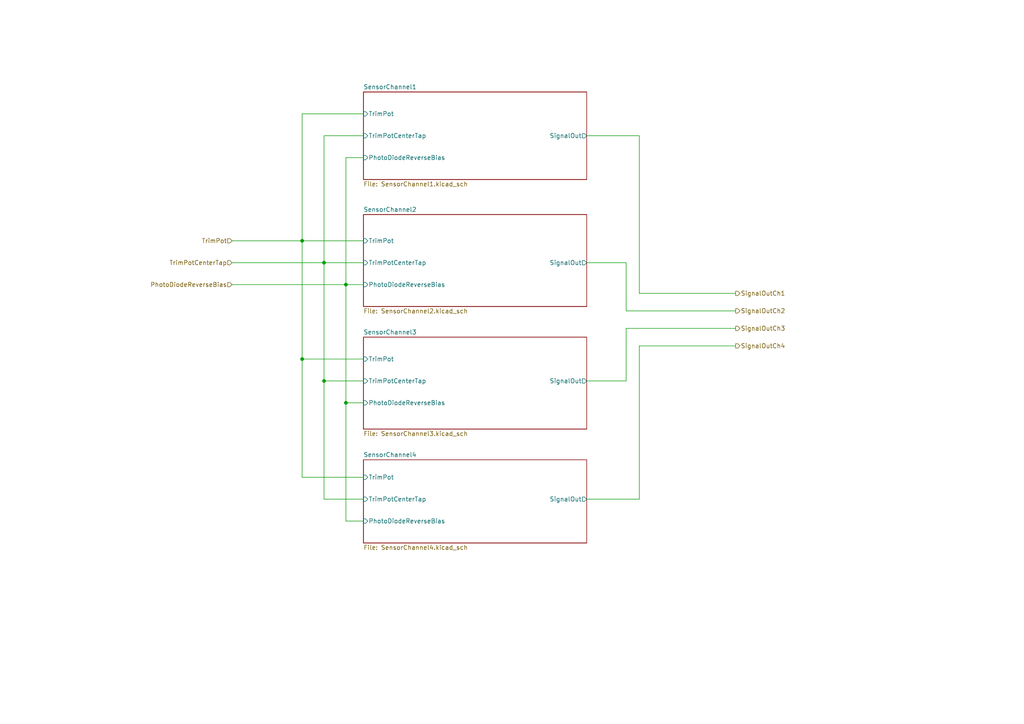
<source format=kicad_sch>
(kicad_sch (version 20230121) (generator eeschema)

  (uuid c2abbdd5-738c-4efd-9922-33968e0bd9d9)

  (paper "A4")

  (lib_symbols
  )

  (junction (at 87.63 69.85) (diameter 0) (color 0 0 0 0)
    (uuid 4b750bb2-2b82-4b7a-9be8-59840e8d83c8)
  )
  (junction (at 100.33 116.84) (diameter 0) (color 0 0 0 0)
    (uuid 4bd542d5-85c3-4200-9472-c3417fb9b9a3)
  )
  (junction (at 87.63 104.14) (diameter 0) (color 0 0 0 0)
    (uuid 73dcdd43-5f9a-4cc0-ae86-07314cd796e2)
  )
  (junction (at 100.33 82.55) (diameter 0) (color 0 0 0 0)
    (uuid a6108a37-3db7-47c8-84d9-2a9312ad2499)
  )
  (junction (at 93.98 76.2) (diameter 0) (color 0 0 0 0)
    (uuid b6cb9b72-3ab5-4e67-9358-83952482031f)
  )
  (junction (at 93.98 110.49) (diameter 0) (color 0 0 0 0)
    (uuid fb8c68ee-d316-42d9-abb0-e6c295a0d8be)
  )

  (wire (pts (xy 67.31 69.85) (xy 87.63 69.85))
    (stroke (width 0) (type default))
    (uuid 0222fd1a-2bae-4fc6-98d0-ad8deea7363d)
  )
  (wire (pts (xy 93.98 110.49) (xy 93.98 144.78))
    (stroke (width 0) (type default))
    (uuid 0cc26600-24f0-46f1-93c7-0a3997142865)
  )
  (wire (pts (xy 100.33 45.72) (xy 100.33 82.55))
    (stroke (width 0) (type default))
    (uuid 0d3a0ae4-4645-425e-aba2-4b95f912279c)
  )
  (wire (pts (xy 100.33 82.55) (xy 105.41 82.55))
    (stroke (width 0) (type default))
    (uuid 0d600bda-f642-4783-8223-86433c0a876e)
  )
  (wire (pts (xy 105.41 39.37) (xy 93.98 39.37))
    (stroke (width 0) (type default))
    (uuid 1c43c432-fa0a-414b-a279-371e28380497)
  )
  (wire (pts (xy 105.41 33.02) (xy 87.63 33.02))
    (stroke (width 0) (type default))
    (uuid 1d28254c-0c75-4cf1-9b90-24742cf341ac)
  )
  (wire (pts (xy 170.18 144.78) (xy 185.42 144.78))
    (stroke (width 0) (type default))
    (uuid 3fc4575e-b690-44d2-b04e-0b155ff2d821)
  )
  (wire (pts (xy 181.61 76.2) (xy 181.61 90.17))
    (stroke (width 0) (type default))
    (uuid 418ad5a4-4b13-4b75-a506-8b5d5b2d6ee3)
  )
  (wire (pts (xy 170.18 76.2) (xy 181.61 76.2))
    (stroke (width 0) (type default))
    (uuid 41f3cccf-c0c6-4e13-9871-45ed403c4ef7)
  )
  (wire (pts (xy 181.61 95.25) (xy 213.36 95.25))
    (stroke (width 0) (type default))
    (uuid 519f1e72-cae6-464e-a48a-1bdafac487f4)
  )
  (wire (pts (xy 181.61 90.17) (xy 213.36 90.17))
    (stroke (width 0) (type default))
    (uuid 523594ca-0080-4a78-99ee-e195285d7f6e)
  )
  (wire (pts (xy 87.63 33.02) (xy 87.63 69.85))
    (stroke (width 0) (type default))
    (uuid 60bfb381-94a2-4537-8b88-a5d8a2f0d279)
  )
  (wire (pts (xy 185.42 85.09) (xy 213.36 85.09))
    (stroke (width 0) (type default))
    (uuid 6e5c649e-5b54-46a1-adf3-e9401db99f62)
  )
  (wire (pts (xy 87.63 138.43) (xy 105.41 138.43))
    (stroke (width 0) (type default))
    (uuid 71265386-6924-453c-a6f3-eb5b209b530f)
  )
  (wire (pts (xy 185.42 144.78) (xy 185.42 100.33))
    (stroke (width 0) (type default))
    (uuid 72344e7c-5893-43ac-811d-879a4a9635ec)
  )
  (wire (pts (xy 93.98 39.37) (xy 93.98 76.2))
    (stroke (width 0) (type default))
    (uuid 7b067d7e-a4c3-4586-8133-ea3f3ddb7c0a)
  )
  (wire (pts (xy 170.18 110.49) (xy 181.61 110.49))
    (stroke (width 0) (type default))
    (uuid 80eb21d0-b1ae-4b4e-8c2b-890799f2fab2)
  )
  (wire (pts (xy 87.63 69.85) (xy 105.41 69.85))
    (stroke (width 0) (type default))
    (uuid 86a86cdc-2ea5-41bf-b59d-c68393e34e5d)
  )
  (wire (pts (xy 93.98 76.2) (xy 93.98 110.49))
    (stroke (width 0) (type default))
    (uuid 89f5bd2a-68e8-4d5a-88d9-f4a0f1701ca6)
  )
  (wire (pts (xy 93.98 76.2) (xy 67.31 76.2))
    (stroke (width 0) (type default))
    (uuid 8a76b74a-7b12-43d2-9898-eb36e63d7ecc)
  )
  (wire (pts (xy 105.41 116.84) (xy 100.33 116.84))
    (stroke (width 0) (type default))
    (uuid 8b41e3f5-cf76-4eea-a31d-7b0dd0119ad0)
  )
  (wire (pts (xy 181.61 110.49) (xy 181.61 95.25))
    (stroke (width 0) (type default))
    (uuid 8bf97478-cc2f-41e0-bf2b-ba8f494edfc8)
  )
  (wire (pts (xy 93.98 76.2) (xy 105.41 76.2))
    (stroke (width 0) (type default))
    (uuid 9afd8062-48b9-4d7e-96ed-98c1a93db44a)
  )
  (wire (pts (xy 87.63 104.14) (xy 105.41 104.14))
    (stroke (width 0) (type default))
    (uuid 9ca22af9-c8f1-46d4-9f56-af8bf5289136)
  )
  (wire (pts (xy 87.63 69.85) (xy 87.63 104.14))
    (stroke (width 0) (type default))
    (uuid 9d81d959-fe16-4ab2-bb1c-147c09ecd68e)
  )
  (wire (pts (xy 67.31 82.55) (xy 100.33 82.55))
    (stroke (width 0) (type default))
    (uuid a9af5926-287a-43d7-9934-f0cbc5797267)
  )
  (wire (pts (xy 170.18 39.37) (xy 185.42 39.37))
    (stroke (width 0) (type default))
    (uuid cad7ed20-e7e6-4f4d-8898-8744b58f4182)
  )
  (wire (pts (xy 105.41 110.49) (xy 93.98 110.49))
    (stroke (width 0) (type default))
    (uuid ce89cae8-fef8-4f0e-9229-21f9d053c515)
  )
  (wire (pts (xy 105.41 151.13) (xy 100.33 151.13))
    (stroke (width 0) (type default))
    (uuid cf919026-b5e5-45e0-be9b-51aa0c7878d8)
  )
  (wire (pts (xy 185.42 100.33) (xy 213.36 100.33))
    (stroke (width 0) (type default))
    (uuid d5c0d043-523c-44d6-b2a3-941c52816607)
  )
  (wire (pts (xy 105.41 45.72) (xy 100.33 45.72))
    (stroke (width 0) (type default))
    (uuid d950cc2a-6596-4bcb-8b4f-493b95f60730)
  )
  (wire (pts (xy 105.41 144.78) (xy 93.98 144.78))
    (stroke (width 0) (type default))
    (uuid dda055cc-b227-4862-8d7b-6b4ef8fbda8d)
  )
  (wire (pts (xy 87.63 138.43) (xy 87.63 104.14))
    (stroke (width 0) (type default))
    (uuid e5ea48a1-a8d1-4f49-8d34-689b7a00aeb0)
  )
  (wire (pts (xy 100.33 151.13) (xy 100.33 116.84))
    (stroke (width 0) (type default))
    (uuid e9188439-40e2-40fa-85a8-ddf9960ca654)
  )
  (wire (pts (xy 185.42 39.37) (xy 185.42 85.09))
    (stroke (width 0) (type default))
    (uuid f521138e-a9c2-4d30-ad80-c26ef40b6711)
  )
  (wire (pts (xy 100.33 116.84) (xy 100.33 82.55))
    (stroke (width 0) (type default))
    (uuid f7b45e28-1723-4477-a235-747c7aa373e0)
  )

  (hierarchical_label "SignalOutCh2" (shape output) (at 213.36 90.17 0) (fields_autoplaced)
    (effects (font (size 1.27 1.27)) (justify left))
    (uuid 43ea2e02-6354-4bf2-9251-2d9819f62bae)
  )
  (hierarchical_label "TrimPot" (shape input) (at 67.31 69.85 180) (fields_autoplaced)
    (effects (font (size 1.27 1.27)) (justify right))
    (uuid 691c2e54-4beb-4b8e-bef3-c7f26701afd4)
  )
  (hierarchical_label "TrimPotCenterTap" (shape input) (at 67.31 76.2 180) (fields_autoplaced)
    (effects (font (size 1.27 1.27)) (justify right))
    (uuid a508ff1b-588f-463b-8acb-53540f44cc6e)
  )
  (hierarchical_label "PhotoDiodeReverseBias" (shape input) (at 67.31 82.55 180) (fields_autoplaced)
    (effects (font (size 1.27 1.27)) (justify right))
    (uuid b326b97d-b490-44d4-a329-d46c716f7f4c)
  )
  (hierarchical_label "SignalOutCh3" (shape output) (at 213.36 95.25 0) (fields_autoplaced)
    (effects (font (size 1.27 1.27)) (justify left))
    (uuid c3974850-2038-4178-aa0e-90bcdf40ae1d)
  )
  (hierarchical_label "SignalOutCh4" (shape output) (at 213.36 100.33 0) (fields_autoplaced)
    (effects (font (size 1.27 1.27)) (justify left))
    (uuid d7816381-bf21-4659-9fe4-94b3e741a8cb)
  )
  (hierarchical_label "SignalOutCh1" (shape output) (at 213.36 85.09 0) (fields_autoplaced)
    (effects (font (size 1.27 1.27)) (justify left))
    (uuid e24b0b7d-6107-4e36-afe9-e47f397d17f4)
  )

  (sheet (at 105.41 26.67) (size 64.77 25.4) (fields_autoplaced)
    (stroke (width 0.1524) (type solid))
    (fill (color 0 0 0 0.0000))
    (uuid 59fea44c-0a64-4f6c-b8f7-0535f389bda9)
    (property "Sheetname" "SensorChannel1" (at 105.41 25.9584 0)
      (effects (font (size 1.27 1.27)) (justify left bottom))
    )
    (property "Sheetfile" "SensorChannel1.kicad_sch" (at 105.41 52.6546 0)
      (effects (font (size 1.27 1.27)) (justify left top))
    )
    (pin "SignalOut" output (at 170.18 39.37 0)
      (effects (font (size 1.27 1.27)) (justify right))
      (uuid 81cd1460-693a-4e59-a857-34f6450165d5)
    )
    (pin "TrimPot" input (at 105.41 33.02 180)
      (effects (font (size 1.27 1.27)) (justify left))
      (uuid e819da44-5f9e-4890-9940-7dfd7fe5a9f9)
    )
    (pin "TrimPotCenterTap" input (at 105.41 39.37 180)
      (effects (font (size 1.27 1.27)) (justify left))
      (uuid d466e3ca-75b8-44c5-8a2c-119f6a5a816e)
    )
    (pin "PhotoDiodeReverseBias" input (at 105.41 45.72 180)
      (effects (font (size 1.27 1.27)) (justify left))
      (uuid bd5218c8-f065-435f-a768-cabc6e6c6143)
    )
    (instances
      (project "ElectronicBLETarget"
        (path "/e65ca263-7357-4fa8-aaf0-4e1b74459457/49f09594-2afc-4263-bfc0-820cce7c9974" (page "3"))
      )
    )
  )

  (sheet (at 105.41 97.79) (size 64.77 26.67) (fields_autoplaced)
    (stroke (width 0.1524) (type solid))
    (fill (color 0 0 0 0.0000))
    (uuid 782e6450-79c1-4497-918b-ae61fd1dd8de)
    (property "Sheetname" "SensorChannel3" (at 105.41 97.0784 0)
      (effects (font (size 1.27 1.27)) (justify left bottom))
    )
    (property "Sheetfile" "SensorChannel3.kicad_sch" (at 105.41 125.0446 0)
      (effects (font (size 1.27 1.27)) (justify left top))
    )
    (pin "SignalOut" output (at 170.18 110.49 0)
      (effects (font (size 1.27 1.27)) (justify right))
      (uuid 4e7b375e-cb78-448b-93a6-f0c29158e204)
    )
    (pin "TrimPotCenterTap" input (at 105.41 110.49 180)
      (effects (font (size 1.27 1.27)) (justify left))
      (uuid 1570958e-8112-44c1-94d5-2b3afc68335c)
    )
    (pin "TrimPot" input (at 105.41 104.14 180)
      (effects (font (size 1.27 1.27)) (justify left))
      (uuid c493bcc3-e822-49a3-811e-b8fb36bd6fcc)
    )
    (pin "PhotoDiodeReverseBias" input (at 105.41 116.84 180)
      (effects (font (size 1.27 1.27)) (justify left))
      (uuid 2caaec37-0a87-4e62-88c8-22d8258df86b)
    )
    (instances
      (project "ElectronicBLETarget"
        (path "/e65ca263-7357-4fa8-aaf0-4e1b74459457/49f09594-2afc-4263-bfc0-820cce7c9974" (page "6"))
      )
    )
  )

  (sheet (at 105.41 62.23) (size 64.77 26.67) (fields_autoplaced)
    (stroke (width 0.1524) (type solid))
    (fill (color 0 0 0 0.0000))
    (uuid 7874cf2c-78dc-45f4-9ca5-22bdae47e0ea)
    (property "Sheetname" "SensorChannel2" (at 105.41 61.5184 0)
      (effects (font (size 1.27 1.27)) (justify left bottom))
    )
    (property "Sheetfile" "SensorChannel2.kicad_sch" (at 105.41 89.4846 0)
      (effects (font (size 1.27 1.27)) (justify left top))
    )
    (property "Fält2" "" (at 105.41 62.23 0)
      (effects (font (size 1.27 1.27)) hide)
    )
    (pin "SignalOut" output (at 170.18 76.2 0)
      (effects (font (size 1.27 1.27)) (justify right))
      (uuid 7d09a8e7-7d72-4081-999b-2e3540e0c6c5)
    )
    (pin "TrimPot" input (at 105.41 69.85 180)
      (effects (font (size 1.27 1.27)) (justify left))
      (uuid cc630964-8c2c-44f4-ac68-9f8643bb9050)
    )
    (pin "TrimPotCenterTap" input (at 105.41 76.2 180)
      (effects (font (size 1.27 1.27)) (justify left))
      (uuid a8f34303-b794-4aea-9d92-d02080527c49)
    )
    (pin "PhotoDiodeReverseBias" input (at 105.41 82.55 180)
      (effects (font (size 1.27 1.27)) (justify left))
      (uuid 40be5de0-017a-4a47-9590-faabbfc75020)
    )
    (instances
      (project "ElectronicBLETarget"
        (path "/e65ca263-7357-4fa8-aaf0-4e1b74459457/49f09594-2afc-4263-bfc0-820cce7c9974" (page "5"))
      )
    )
  )

  (sheet (at 105.41 133.35) (size 64.77 24.13) (fields_autoplaced)
    (stroke (width 0.1524) (type solid))
    (fill (color 0 0 0 0.0000))
    (uuid a8bfb28a-85d7-4181-9de3-ebd8cc24abfb)
    (property "Sheetname" "SensorChannel4" (at 105.41 132.6384 0)
      (effects (font (size 1.27 1.27)) (justify left bottom))
    )
    (property "Sheetfile" "SensorChannel4.kicad_sch" (at 105.41 158.0646 0)
      (effects (font (size 1.27 1.27)) (justify left top))
    )
    (pin "TrimPot" input (at 105.41 138.43 180)
      (effects (font (size 1.27 1.27)) (justify left))
      (uuid 81e10753-b672-4d2d-b4f0-91056ef7c67a)
    )
    (pin "TrimPotCenterTap" input (at 105.41 144.78 180)
      (effects (font (size 1.27 1.27)) (justify left))
      (uuid 7171be9a-f826-428f-ba0c-0f975c5bb79e)
    )
    (pin "PhotoDiodeReverseBias" input (at 105.41 151.13 180)
      (effects (font (size 1.27 1.27)) (justify left))
      (uuid 3092f17c-e856-4f81-ab94-07f931a283dd)
    )
    (pin "SignalOut" output (at 170.18 144.78 0)
      (effects (font (size 1.27 1.27)) (justify right))
      (uuid 70640b4e-3513-4ede-b94d-53cd1ae6d435)
    )
    (instances
      (project "ElectronicBLETarget"
        (path "/e65ca263-7357-4fa8-aaf0-4e1b74459457/49f09594-2afc-4263-bfc0-820cce7c9974" (page "7"))
      )
    )
  )
)

</source>
